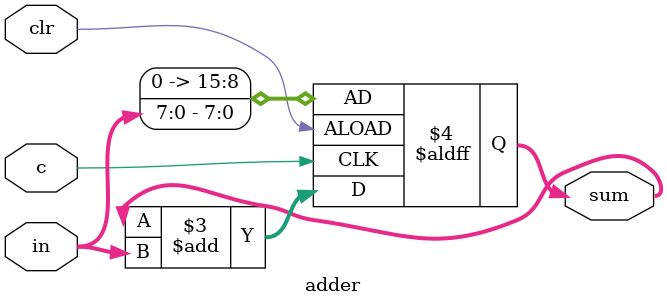
<source format=v>
`timescale 1ns / 1ps
module adder (input [7:0] in, 
				  output reg [15:0] sum,
				  input c,
				  input clr
					);
					
always @(posedge c or posedge clr)
	begin
		if(clr == 1)
			sum <= in;
		else
			sum <= sum + in ;
	end
endmodule

</source>
